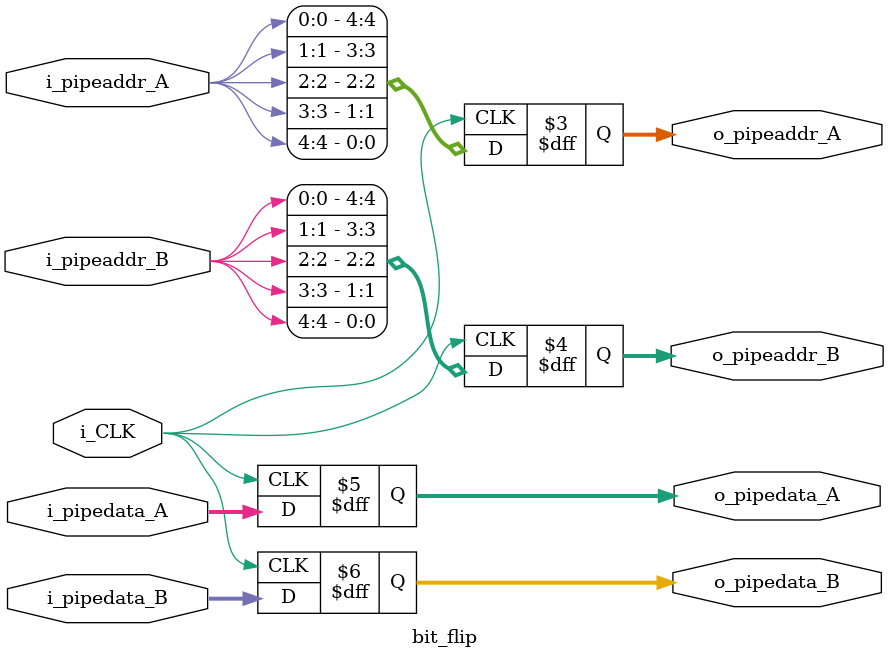
<source format=v>
module bit_flip 
#( parameter WORD_SIZE = 74,
   parameter ADDR_SIZE = 5 ) 
(
    input i_CLK,
    input [ADDR_SIZE-1:0] i_pipeaddr_A,
    input [ADDR_SIZE-1:0] i_pipeaddr_B,
    input [WORD_SIZE-1:0] i_pipedata_A,
    input [WORD_SIZE-1:0] i_pipedata_B,

    output reg [ADDR_SIZE-1:0] o_pipeaddr_A,
    output reg [ADDR_SIZE-1:0] o_pipeaddr_B,
    output reg [WORD_SIZE-1:0] o_pipedata_A,
    output reg [WORD_SIZE-1:0] o_pipedata_B
);

// For loop iterator
integer i;

always @ (posedge i_CLK) begin
    // Pipe data through without changing
    o_pipedata_A <= i_pipedata_A;
    o_pipedata_B <= i_pipedata_B;

    // Swap outer address bits
    o_pipeaddr_A[0]             <= i_pipeaddr_A[ADDR_SIZE-1];
    o_pipeaddr_A[ADDR_SIZE-1]   <= i_pipeaddr_A[0];

    o_pipeaddr_B[0]             <= i_pipeaddr_B[ADDR_SIZE-1];
    o_pipeaddr_B[ADDR_SIZE-1]   <= i_pipeaddr_B[0];

    // Swap all middle address bits
    for (i=1; i<=ADDR_SIZE/2; i=i+1) begin
        o_pipeaddr_A[i]             <= i_pipeaddr_A[ADDR_SIZE-1-i];
        o_pipeaddr_A[ADDR_SIZE-1-i] <= i_pipeaddr_A[i];

        o_pipeaddr_B[i]             <= i_pipeaddr_B[ADDR_SIZE-1-i];
        o_pipeaddr_B[ADDR_SIZE-1-i] <= i_pipeaddr_B[i];
    end
end

endmodule

</source>
